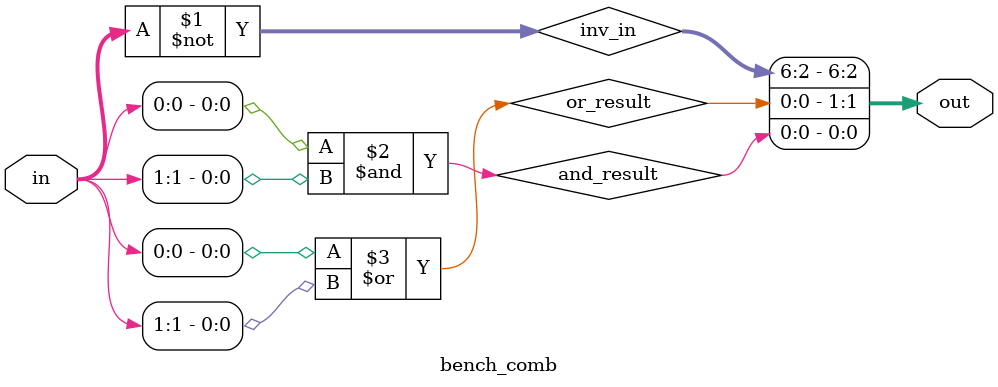
<source format=v>
module bench_comb(
    input [35:0] in,
    output [6:0] out
);

    // Basic logic functions
    wire [35:0] inv_in = ~in;
    wire and_result = in[0] & in[1];
    wire or_result = in[0] | in[1];

    // Output assignment
    generate
        genvar i;
        for (i = 0; i < 7; i = i + 1) begin : output_gen
            if (i < 1)
                assign out[i] = and_result;
            else if (i < 2)
                assign out[i] = or_result;
            else
                assign out[i] = inv_in[i % 36];
        end
    endgenerate

endmodule

</source>
